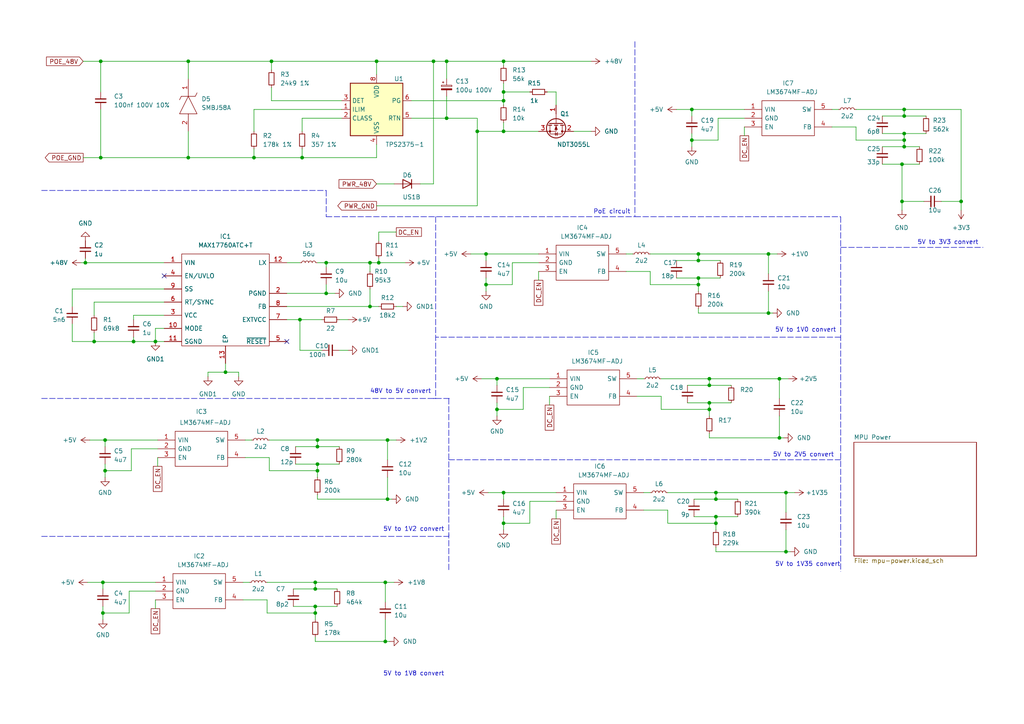
<source format=kicad_sch>
(kicad_sch (version 20211123) (generator eeschema)
  (paper "A4")
  (title_block (title "PatekBoard - PS") (date "2022-05-02") (rev "0.1") (company "Pátek - zájmový kroužek, z.s."))
  (lib_symbols
    (symbol "Device:C_Polarized_Small" (pin_numbers hide) (pin_names (offset 0.254) hide)
      (property "Reference" "C" (at 0.254 1.778 0))
      (property "Value" "C_Polarized_Small" (at 0.254 -2.032 0))
      (symbol "C_Polarized_Small_1_1"
        (pin passive line (at 0 2.54 270) (length 1.8542) (name "~") (number "1"))
        (pin passive line (at 0 -2.54 90) (length 1.8542) (name "~") (number "2"))
      )
    )
    (symbol "Device:C_Small" (pin_numbers hide) (pin_names (offset 0.254) hide)
      (property "Reference" "C" (at 0.254 1.778 0))
      (property "Value" "C_Small" (at 0.254 -2.032 0))
      (symbol "C_Small_1_1"
        (pin passive line (at 0 2.54 270) (length 2.032) (name "~") (number "1"))
        (pin passive line (at 0 -2.54 90) (length 2.032) (name "~") (number "2"))
      )
    )
    (symbol "Device:L_Small" (pin_numbers hide) (pin_names (offset 0.254) hide)
      (property "Reference" "L" (at 0.762 1.016 0))
      (property "Value" "L_Small" (at 0.762 -1.016 0))
      (symbol "L_Small_1_1"
        (pin passive line (at 0 2.54 270) (length 0.508) (name "~") (number "1"))
        (pin passive line (at 0 -2.54 90) (length 0.508) (name "~") (number "2"))
      )
    )
    (symbol "Device:R_Small" (pin_numbers hide) (pin_names (offset 0.254) hide)
      (property "Reference" "R" (at 0.762 0.508 0))
      (property "Value" "R_Small" (at 0.762 -1.016 0))
      (symbol "R_Small_1_1"
        (pin passive line (at 0 2.54 270) (length 0.762) (name "~") (number "1"))
        (pin passive line (at 0 -2.54 90) (length 0.762) (name "~") (number "2"))
      )
    )
    (symbol "Diode:US1B" (pin_numbers hide) (pin_names (offset 1.016) hide)
      (property "Reference" "D" (at 0 2.54 0))
      (property "Value" "US1B" (at 0 -2.54 0))
      (symbol "US1B_1_1"
        (pin passive line (at -3.81 0 0) (length 2.54) (name "K") (number "1"))
        (pin passive line (at 3.81 0 180) (length 2.54) (name "A") (number "2"))
      )
    )
    (symbol "Regulator_Controller:TPS2375-1"
      (property "Reference" "U" (at 2.54 -8.89 0))
      (property "Value" "TPS2375-1" (at 7.62 -11.43 0))
      (symbol "TPS2375-1_1_1"
        (pin passive line (at -10.16 0 0) (length 2.54) (name "ILIM") (number "1"))
        (pin passive line (at -10.16 -2.54 0) (length 2.54) (name "CLASS") (number "2"))
        (pin passive line (at -10.16 2.54 0) (length 2.54) (name "DET") (number "3"))
        (pin power_in line (at 0 -10.16 90) (length 2.54) (name "VSS") (number "4"))
        (pin power_out line (at 10.16 -2.54 180) (length 2.54) (name "RTN") (number "5"))
        (pin open_collector line (at 10.16 2.54 180) (length 2.54) (name "PG") (number "6"))
        (pin no_connect line (at 7.62 0 180) (length 2.54) hide (name "NC") (number "7"))
        (pin power_in line (at 0 10.16 270) (length 2.54) (name "VDD") (number "8"))
      )
    )
    (symbol "Transistor_FET:NDT3055L" (pin_names hide)
      (property "Reference" "Q" (at 5.08 1.905 0))
      (property "Value" "NDT3055L" (at 5.08 0 0))
      (symbol "NDT3055L_1_1"
        (pin input line (at -5.08 0 0) (length 2.54) (name "G") (number "1"))
        (pin passive line (at 2.54 5.08 270) (length 2.54) (name "D") (number "2"))
        (pin passive line (at 2.54 -5.08 90) (length 2.54) (name "S") (number "3"))
      )
    )
    (symbol "patekboard:LM3674MF-ADJ" (pin_names (offset 0.762))
      (property "Reference" "IC" (at 11.43 7.62 0))
      (property "Value" "LM3674MF-ADJ" (at 6.35 5.08 0))
      (symbol "LM3674MF-ADJ_0_0"
        (pin input line (at 0 0 0) (length 5.08) (name "VIN") (number "1"))
        (pin power_in line (at 0 -2.54 0) (length 5.08) (name "GND") (number "2"))
        (pin passive line (at 0 -5.08 0) (length 5.08) (name "EN") (number "3"))
        (pin passive line (at 25.4 -5.08 180) (length 5.08) (name "FB") (number "4"))
        (pin passive line (at 25.4 0 180) (length 5.08) (name "SW") (number "5"))
      )
    )
    (symbol "patekboard:MAX17760ATC+T" (pin_names (offset 0.762))
      (property "Reference" "IC?" (at 10.16 -16.51 0))
      (property "Value" "MAX17760ATC+T" (at 26.67 -16.51 0))
      (symbol "MAX17760ATC+T_0_0"
        (pin passive line (at 3.81 -20.32 0) (length 5.08) (name "VIN") (number "1"))
        (pin passive line (at 3.81 -39.37 0) (length 5.08) (name "MODE") (number "10"))
        (pin passive line (at 3.81 -43.18 0) (length 5.08) (name "SGND") (number "11"))
        (pin passive line (at 39.37 -20.32 180) (length 5.08) (name "LX") (number "12"))
        (pin passive line (at 21.59 -49.53 90) (length 5.08) (name "EP") (number "13"))
        (pin passive line (at 39.37 -29.21 180) (length 5.08) (name "PGND") (number "2"))
        (pin passive line (at 3.81 -35.56 0) (length 5.08) (name "VCC") (number "3"))
        (pin passive line (at 3.81 -24.13 0) (length 5.08) (name "EN/UVLO") (number "4"))
        (pin passive line (at 39.37 -43.18 180) (length 5.08) (name "~{RESET}") (number "5"))
        (pin passive line (at 3.81 -31.75 0) (length 5.08) (name "RT/SYNC") (number "6"))
        (pin passive line (at 39.37 -36.83 180) (length 5.08) (name "EXTVCC") (number "7"))
        (pin passive line (at 39.37 -33.02 180) (length 5.08) (name "FB") (number "8"))
        (pin passive line (at 3.81 -27.94 0) (length 5.08) (name "SS") (number "9"))
      )
    )
    (symbol "patekboard:SMBJ58A" (pin_names (offset 0.762))
      (property "Reference" "D" (at 10.16 8.89 0))
      (property "Value" "SMBJ58A" (at 10.16 6.35 0))
      (symbol "SMBJ58A_0_0"
        (pin passive line (at 0 0 0) (length 5.08) (name "~") (number "1"))
        (pin passive line (at 15.24 0 180) (length 5.08) (name "~") (number "2"))
      )
    )
    (symbol "power:+1V0" (power) (pin_names (offset 0))
      (property "Value" "+1V0" (at 0 3.556 0))
      (symbol "+1V0_1_1"
        (pin power_in line (at 0 0 90) (length 0) hide (name "+1V0") (number "1"))
      )
    )
    (symbol "power:+1V2" (power) (pin_names (offset 0))
      (property "Value" "+1V2" (at 0 3.556 0))
      (symbol "+1V2_1_1"
        (pin power_in line (at 0 0 90) (length 0) hide (name "+1V2") (number "1"))
      )
    )
    (symbol "power:+1V35" (power) (pin_names (offset 0))
      (property "Value" "+1V35" (at 0 3.556 0))
      (symbol "+1V35_1_1"
        (pin power_in line (at 0 0 90) (length 0) hide (name "+1V35") (number "1"))
      )
    )
    (symbol "power:+1V8" (power) (pin_names (offset 0))
      (property "Value" "+1V8" (at 0 3.556 0))
      (symbol "+1V8_1_1"
        (pin power_in line (at 0 0 90) (length 0) hide (name "+1V8") (number "1"))
      )
    )
    (symbol "power:+2V5" (power) (pin_names (offset 0))
      (property "Value" "+2V5" (at 0 3.556 0))
      (symbol "+2V5_1_1"
        (pin power_in line (at 0 0 90) (length 0) hide (name "+2V5") (number "1"))
      )
    )
    (symbol "power:+3V3" (power) (pin_names (offset 0))
      (property "Value" "+3V3" (at 0 3.556 0))
      (symbol "+3V3_1_1"
        (pin power_in line (at 0 0 90) (length 0) hide (name "+3V3") (number "1"))
      )
    )
    (symbol "power:+48V" (power) (pin_names (offset 0))
      (property "Value" "+48V" (at 0 3.556 0))
      (symbol "+48V_1_1"
        (pin power_in line (at 0 0 90) (length 0) hide (name "+48V") (number "1"))
      )
    )
    (symbol "power:+5V" (power) (pin_names (offset 0))
      (property "Value" "+5V" (at 0 3.556 0))
      (symbol "+5V_1_1"
        (pin power_in line (at 0 0 90) (length 0) hide (name "+5V") (number "1"))
      )
    )
    (symbol "power:GND" (power) (pin_names (offset 0))
      (property "Value" "GND" (at 0 -3.81 0))
      (symbol "GND_1_1"
        (pin power_in line (at 0 0 270) (length 0) hide (name "GND") (number "1"))
      )
    )
    (symbol "power:GND1" (power) (pin_names (offset 0))
      (property "Value" "GND1" (at 0 -3.81 0))
      (symbol "GND1_1_1"
        (pin power_in line (at 0 0 270) (length 0) hide (name "GND1") (number "1"))
      )
    )
  )
  (junction (at 54.61 17.78))
  (junction (at 65.405 107.95))
  (junction (at 91.44 177.8))
  (junction (at 205.74 109.855))
  (junction (at 222.885 90.805))
  (junction (at 73.66 45.72))
  (junction (at 146.05 142.875))
  (junction (at 222.885 73.66))
  (junction (at 140.97 82.55))
  (junction (at 202.565 75.565))
  (junction (at 29.21 17.78))
  (junction (at 29.845 177.8))
  (junction (at 144.145 118.745))
  (junction (at 262.255 38.735))
  (junction (at 92.075 134.62))
  (junction (at 146.05 151.765))
  (junction (at 202.565 82.55))
  (junction (at 29.845 168.91))
  (junction (at 207.645 151.765))
  (junction (at 207.645 149.86))
  (junction (at 94.615 76.2))
  (junction (at 129.54 34.29))
  (junction (at 202.565 73.66))
  (junction (at 92.075 136.525))
  (junction (at 94.615 85.09))
  (junction (at 202.565 80.645))
  (junction (at 111.76 168.91))
  (junction (at 27.305 99.06))
  (junction (at 207.645 144.78))
  (junction (at 91.44 175.895))
  (junction (at 205.74 116.84))
  (junction (at 24.765 76.2))
  (junction (at 45.085 99.06))
  (junction (at 261.62 58.42))
  (junction (at 112.395 144.78))
  (junction (at 261.62 47.625))
  (junction (at 144.145 109.855))
  (junction (at 86.995 92.71))
  (junction (at 92.075 129.54))
  (junction (at 227.965 160.02))
  (junction (at 129.54 17.78))
  (junction (at 262.255 40.64))
  (junction (at 146.05 17.78))
  (junction (at 146.05 38.1))
  (junction (at 38.735 99.06))
  (junction (at 91.44 170.815))
  (junction (at 207.645 142.875))
  (junction (at 138.43 38.1))
  (junction (at 107.315 88.9))
  (junction (at 262.255 31.75))
  (junction (at 278.765 58.42))
  (junction (at 205.74 111.76))
  (junction (at 140.97 73.66))
  (junction (at 200.66 40.64))
  (junction (at 54.61 45.72))
  (junction (at 107.315 76.2))
  (junction (at 112.395 127.635))
  (junction (at 92.075 127.635))
  (junction (at 146.05 29.21))
  (junction (at 109.22 17.78))
  (junction (at 205.74 118.745))
  (junction (at 29.21 45.72))
  (junction (at 226.06 127))
  (junction (at 146.05 26.67))
  (junction (at 78.74 17.78))
  (junction (at 262.255 42.545))
  (junction (at 125.73 17.78))
  (junction (at 91.44 168.91))
  (junction (at 111.76 186.055))
  (junction (at 109.855 76.2))
  (junction (at 262.255 33.655))
  (junction (at 87.63 45.72))
  (junction (at 30.48 136.525))
  (junction (at 30.48 127.635))
  (junction (at 200.66 31.75))
  (junction (at 226.06 109.855))
  (junction (at 227.965 142.875))
  (no_connect (at 47.625 80.01))
  (no_connect (at 83.185 99.06))
  (wire (pts (xy 148.59 76.2) (xy 148.59 82.55)))
  (wire (pts (xy 60.325 107.95) (xy 65.405 107.95)))
  (wire (pts (xy 202.565 73.66) (xy 202.565 75.565)))
  (wire (pts (xy 146.05 38.1) (xy 156.21 38.1)))
  (wire (pts (xy 125.73 17.78) (xy 129.54 17.78)))
  (wire (pts (xy 146.05 24.13) (xy 146.05 26.67)))
  (wire (pts (xy 255.905 33.655) (xy 262.255 33.655)))
  (wire (pts (xy 262.255 38.735) (xy 262.255 40.64)))
  (wire (pts (xy 87.63 34.29) (xy 99.06 34.29)))
  (wire (pts (xy 262.255 33.655) (xy 268.605 33.655)))
  (wire (pts (xy 227.965 153.67) (xy 227.965 160.02)))
  (wire (pts (xy 38.735 91.44) (xy 38.735 92.71)))
  (wire (pts (xy 45.085 171.45) (xy 37.465 171.45)))
  (wire (pts (xy 78.74 25.4) (xy 78.74 29.21)))
  (wire (pts (xy 205.74 118.745) (xy 205.74 120.65)))
  (wire (pts (xy 193.675 151.765) (xy 207.645 151.765)))
  (wire (pts (xy 202.565 75.565) (xy 208.915 75.565)))
  (wire (pts (xy 138.43 59.69) (xy 138.43 38.1)))
  (wire (pts (xy 20.955 99.06) (xy 27.305 99.06)))
  (wire (pts (xy 205.74 111.76) (xy 212.09 111.76)))
  (wire (pts (xy 226.06 127) (xy 227.33 127)))
  (wire (pts (xy 222.885 90.805) (xy 202.565 90.805)))
  (wire (pts (xy 78.74 17.78) (xy 78.74 20.32)))
  (wire (pts (xy 91.44 170.815) (xy 97.79 170.815)))
  (wire (pts (xy 107.315 83.82) (xy 107.315 88.9)))
  (wire (pts (xy 60.325 109.22) (xy 60.325 107.95)))
  (wire (pts (xy 222.885 84.455) (xy 222.885 90.805)))
  (wire (pts (xy 186.69 142.875) (xy 188.595 142.875)))
  (wire (pts (xy 65.405 107.95) (xy 65.405 105.41)))
  (wire (pts (xy 140.97 73.66) (xy 140.97 75.565)))
  (wire (pts (xy 85.725 129.54) (xy 92.075 129.54)))
  (wire (pts (xy 114.935 88.9) (xy 116.84 88.9)))
  (wire (pts (xy 207.645 149.86) (xy 213.995 149.86)))
  (wire (pts (xy 188.595 82.55) (xy 202.565 82.55)))
  (wire (pts (xy 91.44 177.8) (xy 91.44 179.705)))
  (wire (pts (xy 159.385 112.395) (xy 151.765 112.395)))
  (wire (pts (xy 54.61 17.78) (xy 78.74 17.78)))
  (wire (pts (xy 129.54 34.29) (xy 138.43 34.29)))
  (wire (pts (xy 188.595 82.55) (xy 188.595 78.74)))
  (wire (pts (xy 205.74 116.84) (xy 205.74 118.745)))
  (polyline (pts (xy 12.065 55.245) (xy 94.615 55.245)))
  (wire (pts (xy 129.54 27.94) (xy 129.54 34.29)))
  (wire (pts (xy 191.77 114.935) (xy 184.785 114.935)))
  (wire (pts (xy 267.97 58.42) (xy 261.62 58.42)))
  (wire (pts (xy 146.05 142.875) (xy 161.29 142.875)))
  (wire (pts (xy 125.73 53.34) (xy 125.73 17.78)))
  (wire (pts (xy 26.035 127.635) (xy 30.48 127.635)))
  (wire (pts (xy 208.28 34.29) (xy 208.28 40.64)))
  (wire (pts (xy 85.725 134.62) (xy 92.075 134.62)))
  (wire (pts (xy 161.29 147.955) (xy 161.29 150.495)))
  (wire (pts (xy 29.21 17.78) (xy 29.21 26.67)))
  (wire (pts (xy 47.625 83.82) (xy 20.955 83.82)))
  (wire (pts (xy 202.565 82.55) (xy 202.565 84.455)))
  (wire (pts (xy 86.995 101.6) (xy 86.995 92.71)))
  (wire (pts (xy 226.06 109.855) (xy 228.6 109.855)))
  (wire (pts (xy 94.615 76.2) (xy 94.615 77.47)))
  (wire (pts (xy 144.145 116.84) (xy 144.145 118.745)))
  (wire (pts (xy 193.675 151.765) (xy 193.675 147.955)))
  (wire (pts (xy 161.29 26.67) (xy 161.29 30.48)))
  (wire (pts (xy 193.675 147.955) (xy 186.69 147.955)))
  (wire (pts (xy 45.085 173.99) (xy 45.085 176.53)))
  (wire (pts (xy 227.965 142.875) (xy 230.505 142.875)))
  (wire (pts (xy 37.465 171.45) (xy 37.465 177.8)))
  (wire (pts (xy 200.66 40.64) (xy 200.66 42.545)))
  (polyline (pts (xy 126.365 62.865) (xy 126.365 115.57)))
  (wire (pts (xy 91.44 175.895) (xy 97.79 175.895)))
  (wire (pts (xy 146.05 149.86) (xy 146.05 151.765)))
  (wire (pts (xy 20.955 83.82) (xy 20.955 88.9)))
  (polyline (pts (xy 243.84 71.755) (xy 285.115 71.755)))
  (wire (pts (xy 201.295 149.86) (xy 207.645 149.86)))
  (wire (pts (xy 121.92 53.34) (xy 125.73 53.34)))
  (wire (pts (xy 205.74 109.855) (xy 226.06 109.855)))
  (wire (pts (xy 38.1 136.525) (xy 30.48 136.525)))
  (wire (pts (xy 78.74 17.78) (xy 109.22 17.78)))
  (wire (pts (xy 181.61 73.66) (xy 183.515 73.66)))
  (wire (pts (xy 227.965 142.875) (xy 227.965 148.59)))
  (polyline (pts (xy 94.615 55.245) (xy 94.615 62.865)))
  (wire (pts (xy 191.77 109.855) (xy 205.74 109.855)))
  (polyline (pts (xy 12.065 155.575) (xy 130.175 155.575)))
  (wire (pts (xy 156.21 76.2) (xy 148.59 76.2)))
  (wire (pts (xy 241.3 31.75) (xy 243.205 31.75)))
  (wire (pts (xy 222.885 90.805) (xy 224.155 90.805)))
  (wire (pts (xy 199.39 116.84) (xy 205.74 116.84)))
  (wire (pts (xy 207.645 142.875) (xy 227.965 142.875)))
  (wire (pts (xy 248.285 36.83) (xy 241.3 36.83)))
  (wire (pts (xy 144.145 109.855) (xy 159.385 109.855)))
  (wire (pts (xy 141.605 142.875) (xy 146.05 142.875)))
  (wire (pts (xy 38.1 130.175) (xy 38.1 136.525)))
  (wire (pts (xy 109.855 76.2) (xy 107.315 76.2)))
  (wire (pts (xy 77.47 177.8) (xy 77.47 173.99)))
  (wire (pts (xy 45.72 132.715) (xy 45.72 135.255)))
  (wire (pts (xy 98.425 101.6) (xy 100.965 101.6)))
  (wire (pts (xy 94.615 82.55) (xy 94.615 85.09)))
  (wire (pts (xy 146.05 26.67) (xy 146.05 29.21)))
  (wire (pts (xy 188.595 73.66) (xy 202.565 73.66)))
  (wire (pts (xy 83.185 92.71) (xy 86.995 92.71)))
  (wire (pts (xy 148.59 82.55) (xy 140.97 82.55)))
  (wire (pts (xy 184.785 109.855) (xy 186.69 109.855)))
  (wire (pts (xy 226.06 127) (xy 205.74 127)))
  (wire (pts (xy 45.72 130.175) (xy 38.1 130.175)))
  (wire (pts (xy 112.395 127.635) (xy 114.935 127.635)))
  (wire (pts (xy 23.495 76.2) (xy 24.765 76.2)))
  (wire (pts (xy 69.215 107.95) (xy 65.405 107.95)))
  (wire (pts (xy 153.67 145.415) (xy 153.67 151.765)))
  (wire (pts (xy 38.735 99.06) (xy 45.085 99.06)))
  (wire (pts (xy 200.66 31.75) (xy 215.9 31.75)))
  (wire (pts (xy 140.97 73.66) (xy 156.21 73.66)))
  (wire (pts (xy 109.22 17.78) (xy 125.73 17.78)))
  (wire (pts (xy 91.44 168.91) (xy 91.44 170.815)))
  (wire (pts (xy 77.47 177.8) (xy 91.44 177.8)))
  (wire (pts (xy 215.9 36.83) (xy 215.9 39.37)))
  (wire (pts (xy 119.38 34.29) (xy 129.54 34.29)))
  (wire (pts (xy 20.955 93.98) (xy 20.955 99.06)))
  (wire (pts (xy 73.66 45.72) (xy 87.63 45.72)))
  (wire (pts (xy 261.62 58.42) (xy 261.62 60.96)))
  (wire (pts (xy 111.76 186.055) (xy 113.03 186.055)))
  (wire (pts (xy 255.905 38.735) (xy 262.255 38.735)))
  (wire (pts (xy 93.345 101.6) (xy 86.995 101.6)))
  (wire (pts (xy 138.43 38.1) (xy 138.43 34.29)))
  (wire (pts (xy 191.77 118.745) (xy 191.77 114.935)))
  (wire (pts (xy 255.905 42.545) (xy 262.255 42.545)))
  (wire (pts (xy 205.74 127) (xy 205.74 125.73)))
  (wire (pts (xy 97.155 85.09) (xy 94.615 85.09)))
  (wire (pts (xy 87.63 43.18) (xy 87.63 45.72)))
  (wire (pts (xy 77.47 173.99) (xy 70.485 173.99)))
  (wire (pts (xy 227.965 160.02) (xy 229.235 160.02)))
  (wire (pts (xy 153.67 151.765) (xy 146.05 151.765)))
  (wire (pts (xy 202.565 73.66) (xy 222.885 73.66)))
  (wire (pts (xy 226.06 109.855) (xy 226.06 115.57)))
  (wire (pts (xy 248.285 40.64) (xy 262.255 40.64)))
  (wire (pts (xy 196.215 31.75) (xy 200.66 31.75)))
  (wire (pts (xy 156.21 78.74) (xy 156.21 81.28)))
  (wire (pts (xy 54.61 17.78) (xy 54.61 22.86)))
  (wire (pts (xy 30.48 134.62) (xy 30.48 136.525)))
  (wire (pts (xy 188.595 78.74) (xy 181.61 78.74)))
  (wire (pts (xy 27.305 96.52) (xy 27.305 99.06)))
  (wire (pts (xy 226.06 120.65) (xy 226.06 127)))
  (wire (pts (xy 278.765 58.42) (xy 278.765 60.96)))
  (polyline (pts (xy 130.175 115.57) (xy 130.175 165.735)))
  (wire (pts (xy 144.145 109.855) (xy 144.145 111.76)))
  (wire (pts (xy 158.75 26.67) (xy 161.29 26.67)))
  (wire (pts (xy 139.7 109.855) (xy 144.145 109.855)))
  (wire (pts (xy 146.05 26.67) (xy 153.67 26.67)))
  (wire (pts (xy 30.48 127.635) (xy 45.72 127.635)))
  (wire (pts (xy 92.075 144.78) (xy 92.075 143.51)))
  (wire (pts (xy 87.63 45.72) (xy 109.22 45.72)))
  (wire (pts (xy 248.285 40.64) (xy 248.285 36.83)))
  (wire (pts (xy 129.54 17.78) (xy 129.54 22.86)))
  (wire (pts (xy 111.76 168.91) (xy 114.3 168.91)))
  (wire (pts (xy 262.255 38.735) (xy 268.605 38.735)))
  (polyline (pts (xy 243.84 62.865) (xy 243.84 165.735)))
  (wire (pts (xy 196.215 75.565) (xy 202.565 75.565)))
  (wire (pts (xy 85.09 175.895) (xy 91.44 175.895)))
  (wire (pts (xy 262.255 31.75) (xy 262.255 33.655)))
  (wire (pts (xy 87.63 38.1) (xy 87.63 34.29)))
  (wire (pts (xy 199.39 111.76) (xy 205.74 111.76)))
  (wire (pts (xy 215.9 34.29) (xy 208.28 34.29)))
  (wire (pts (xy 29.845 177.8) (xy 29.845 179.705)))
  (wire (pts (xy 78.74 29.21) (xy 99.06 29.21)))
  (wire (pts (xy 69.215 109.22) (xy 69.215 107.95)))
  (wire (pts (xy 278.765 31.75) (xy 278.765 58.42)))
  (wire (pts (xy 109.22 21.59) (xy 109.22 17.78)))
  (wire (pts (xy 29.21 17.78) (xy 54.61 17.78)))
  (wire (pts (xy 73.66 31.75) (xy 73.66 38.1)))
  (wire (pts (xy 200.66 38.735) (xy 200.66 40.64)))
  (wire (pts (xy 136.525 73.66) (xy 140.97 73.66)))
  (wire (pts (xy 94.615 76.2) (xy 107.315 76.2)))
  (wire (pts (xy 202.565 90.805) (xy 202.565 89.535)))
  (wire (pts (xy 109.855 74.93) (xy 109.855 76.2)))
  (wire (pts (xy 196.215 80.645) (xy 202.565 80.645)))
  (wire (pts (xy 27.305 87.63) (xy 27.305 91.44)))
  (wire (pts (xy 78.105 132.715) (xy 71.12 132.715)))
  (wire (pts (xy 262.255 31.75) (xy 278.765 31.75)))
  (wire (pts (xy 25.4 168.91) (xy 29.845 168.91)))
  (wire (pts (xy 27.305 99.06) (xy 38.735 99.06)))
  (wire (pts (xy 208.28 40.64) (xy 200.66 40.64)))
  (wire (pts (xy 207.645 149.86) (xy 207.645 151.765)))
  (wire (pts (xy 144.145 118.745) (xy 144.145 120.65)))
  (wire (pts (xy 201.295 144.78) (xy 207.645 144.78)))
  (wire (pts (xy 248.285 31.75) (xy 262.255 31.75)))
  (wire (pts (xy 193.675 142.875) (xy 207.645 142.875)))
  (wire (pts (xy 91.44 175.895) (xy 91.44 177.8)))
  (polyline (pts (xy 130.175 155.575) (xy 130.175 154.94)))
  (wire (pts (xy 92.075 127.635) (xy 92.075 129.54)))
  (wire (pts (xy 261.62 47.625) (xy 261.62 58.42)))
  (wire (pts (xy 205.74 109.855) (xy 205.74 111.76)))
  (wire (pts (xy 92.075 136.525) (xy 92.075 138.43)))
  (wire (pts (xy 146.05 17.78) (xy 171.45 17.78)))
  (wire (pts (xy 29.845 168.91) (xy 45.085 168.91)))
  (wire (pts (xy 278.765 58.42) (xy 273.05 58.42)))
  (wire (pts (xy 117.475 76.2) (xy 109.855 76.2)))
  (wire (pts (xy 77.47 168.91) (xy 91.44 168.91)))
  (wire (pts (xy 78.105 136.525) (xy 78.105 132.715)))
  (wire (pts (xy 202.565 80.645) (xy 208.915 80.645)))
  (wire (pts (xy 166.37 38.1) (xy 171.45 38.1)))
  (wire (pts (xy 262.255 40.64) (xy 262.255 42.545)))
  (wire (pts (xy 112.395 127.635) (xy 112.395 133.35)))
  (wire (pts (xy 112.395 144.78) (xy 92.075 144.78)))
  (wire (pts (xy 107.315 76.2) (xy 107.315 78.74)))
  (wire (pts (xy 92.075 134.62) (xy 98.425 134.62)))
  (polyline (pts (xy 12.065 115.57) (xy 130.81 115.57)))
  (wire (pts (xy 37.465 177.8) (xy 29.845 177.8)))
  (wire (pts (xy 151.765 112.395) (xy 151.765 118.745)))
  (wire (pts (xy 109.22 53.34) (xy 114.3 53.34)))
  (wire (pts (xy 91.44 168.91) (xy 111.76 168.91)))
  (polyline (pts (xy 126.365 115.57) (xy 125.73 115.57)))
  (wire (pts (xy 38.735 97.79) (xy 38.735 99.06)))
  (wire (pts (xy 54.61 45.72) (xy 73.66 45.72)))
  (wire (pts (xy 30.48 127.635) (xy 30.48 129.54)))
  (wire (pts (xy 111.76 186.055) (xy 91.44 186.055)))
  (wire (pts (xy 114.935 67.31) (xy 109.855 67.31)))
  (wire (pts (xy 92.075 127.635) (xy 112.395 127.635)))
  (polyline (pts (xy 184.15 12.065) (xy 184.15 62.865)))
  (wire (pts (xy 45.085 95.25) (xy 45.085 99.06)))
  (wire (pts (xy 107.315 88.9) (xy 83.185 88.9)))
  (wire (pts (xy 78.105 127.635) (xy 92.075 127.635)))
  (wire (pts (xy 138.43 38.1) (xy 146.05 38.1)))
  (wire (pts (xy 161.29 145.415) (xy 153.67 145.415)))
  (wire (pts (xy 30.48 136.525) (xy 30.48 138.43)))
  (wire (pts (xy 207.645 142.875) (xy 207.645 144.78)))
  (wire (pts (xy 29.21 45.72) (xy 54.61 45.72)))
  (wire (pts (xy 85.09 170.815) (xy 91.44 170.815)))
  (wire (pts (xy 200.66 31.75) (xy 200.66 33.655)))
  (wire (pts (xy 146.05 151.765) (xy 146.05 153.67)))
  (polyline (pts (xy 184.15 62.865) (xy 243.84 62.865)))
  (wire (pts (xy 78.105 136.525) (xy 92.075 136.525)))
  (wire (pts (xy 71.12 127.635) (xy 73.025 127.635)))
  (wire (pts (xy 109.22 59.69) (xy 138.43 59.69)))
  (wire (pts (xy 146.05 142.875) (xy 146.05 144.78)))
  (wire (pts (xy 109.855 67.31) (xy 109.855 69.85)))
  (wire (pts (xy 261.62 47.625) (xy 266.7 47.625)))
  (wire (pts (xy 83.185 76.2) (xy 86.995 76.2)))
  (wire (pts (xy 73.66 43.18) (xy 73.66 45.72)))
  (wire (pts (xy 24.13 17.78) (xy 29.21 17.78)))
  (wire (pts (xy 129.54 17.78) (xy 146.05 17.78)))
  (wire (pts (xy 205.74 116.84) (xy 212.09 116.84)))
  (wire (pts (xy 86.995 92.71) (xy 93.345 92.71)))
  (wire (pts (xy 146.05 17.78) (xy 146.05 19.05)))
  (wire (pts (xy 151.765 118.745) (xy 144.145 118.745)))
  (wire (pts (xy 112.395 144.78) (xy 113.665 144.78)))
  (wire (pts (xy 98.425 92.71) (xy 100.965 92.71)))
  (wire (pts (xy 54.61 38.1) (xy 54.61 45.72)))
  (wire (pts (xy 146.05 29.21) (xy 146.05 30.48)))
  (wire (pts (xy 159.385 114.935) (xy 159.385 117.475)))
  (wire (pts (xy 29.845 168.91) (xy 29.845 170.815)))
  (wire (pts (xy 47.625 95.25) (xy 45.085 95.25)))
  (wire (pts (xy 92.075 76.2) (xy 94.615 76.2)))
  (wire (pts (xy 109.22 41.91) (xy 109.22 45.72)))
  (wire (pts (xy 94.615 85.09) (xy 83.185 85.09)))
  (wire (pts (xy 207.645 160.02) (xy 207.645 158.75)))
  (wire (pts (xy 70.485 168.91) (xy 72.39 168.91)))
  (wire (pts (xy 45.085 99.06) (xy 47.625 99.06)))
  (wire (pts (xy 207.645 144.78) (xy 213.995 144.78)))
  (wire (pts (xy 140.97 82.55) (xy 140.97 84.455)))
  (wire (pts (xy 146.05 35.56) (xy 146.05 38.1)))
  (wire (pts (xy 227.965 160.02) (xy 207.645 160.02)))
  (polyline (pts (xy 243.84 97.79) (xy 126.365 97.79)))
  (wire (pts (xy 222.885 73.66) (xy 225.425 73.66)))
  (wire (pts (xy 112.395 138.43) (xy 112.395 144.78)))
  (wire (pts (xy 191.77 118.745) (xy 205.74 118.745)))
  (wire (pts (xy 92.075 129.54) (xy 98.425 129.54)))
  (polyline (pts (xy 130.175 133.35) (xy 243.84 133.35)))
  (wire (pts (xy 29.21 45.72) (xy 24.13 45.72)))
  (wire (pts (xy 207.645 151.765) (xy 207.645 153.67)))
  (wire (pts (xy 24.765 74.93) (xy 24.765 76.2)))
  (wire (pts (xy 99.06 31.75) (xy 73.66 31.75)))
  (wire (pts (xy 111.76 168.91) (xy 111.76 174.625)))
  (wire (pts (xy 92.075 134.62) (xy 92.075 136.525)))
  (wire (pts (xy 27.305 87.63) (xy 47.625 87.63)))
  (polyline (pts (xy 94.615 62.865) (xy 184.15 62.865)))
  (wire (pts (xy 29.21 31.75) (xy 29.21 45.72)))
  (wire (pts (xy 107.315 88.9) (xy 109.855 88.9)))
  (wire (pts (xy 222.885 73.66) (xy 222.885 79.375)))
  (wire (pts (xy 91.44 186.055) (xy 91.44 184.785)))
  (wire (pts (xy 29.845 175.895) (xy 29.845 177.8)))
  (wire (pts (xy 255.905 47.625) (xy 261.62 47.625)))
  (wire (pts (xy 262.255 42.545) (xy 266.7 42.545)))
  (wire (pts (xy 119.38 29.21) (xy 146.05 29.21)))
  (wire (pts (xy 24.765 76.2) (xy 47.625 76.2)))
  (wire (pts (xy 202.565 80.645) (xy 202.565 82.55)))
  (wire (pts (xy 47.625 91.44) (xy 38.735 91.44)))
  (wire (pts (xy 140.97 80.645) (xy 140.97 82.55)))
  (wire (pts (xy 111.76 179.705) (xy 111.76 186.055)))
  (text "5V to 1V35 convert" (at 224.79 164.465 0) (effects (font (size 1.27 1.27)) (justify left bottom)))
  (text "5V to 2V5 convert" (at 224.155 132.715 0) (effects (font (size 1.27 1.27)) (justify left bottom)))
  (text "5V to 1V8 convert" (at 111.125 196.215 0) (effects (font (size 1.27 1.27)) (justify left bottom)))
  (text "5V to 1V2 convert" (at 111.125 154.305 0) (effects (font (size 1.27 1.27)) (justify left bottom)))
  (text "48V to 5V convert" (at 107.315 114.3 0) (effects (font (size 1.27 1.27)) (justify left bottom)))
  (text "5V to 3V3 convert" (at 266.065 71.12 0) (effects (font (size 1.27 1.27)) (justify left bottom)))
  (text "PoE circuit" (at 172.085 62.23 0) (effects (font (size 1.27 1.27)) (justify left bottom)))
  (text "5V to 1V0 convert" (at 224.79 96.52 0) (effects (font (size 1.27 1.27)) (justify left bottom)))
  (global_label "DC_EN" (shape passive) (at 215.9 39.37 270) (property "Intersheet References" "${INTERSHEET_REFS}" (effects hide)))
  (global_label "POE_48V" (shape input) (at 24.13 17.78 180) (property "Intersheet References" "${INTERSHEET_REFS}" (effects hide)))
  (global_label "DC_EN" (shape passive) (at 114.935 67.31 0) (property "Intersheet References" "${INTERSHEET_REFS}" (effects hide)))
  (global_label "DC_EN" (shape passive) (at 45.72 135.255 270) (property "Intersheet References" "${INTERSHEET_REFS}" (effects hide)))
  (global_label "PWR_GND" (shape output) (at 109.22 59.69 180) (property "Intersheet References" "${INTERSHEET_REFS}" (effects hide)))
  (global_label "DC_EN" (shape passive) (at 156.21 81.28 270) (property "Intersheet References" "${INTERSHEET_REFS}" (effects hide)))
  (global_label "PWR_48V" (shape input) (at 109.22 53.34 180) (property "Intersheet References" "${INTERSHEET_REFS}" (effects hide)))
  (global_label "DC_EN" (shape passive) (at 159.385 117.475 270) (property "Intersheet References" "${INTERSHEET_REFS}" (effects hide)))
  (global_label "DC_EN" (shape passive) (at 45.085 176.53 270) (property "Intersheet References" "${INTERSHEET_REFS}" (effects hide)))
  (global_label "POE_GND" (shape output) (at 24.13 45.72 180) (property "Intersheet References" "${INTERSHEET_REFS}" (effects hide)))
  (global_label "DC_EN" (shape passive) (at 161.29 150.495 270) (property "Intersheet References" "${INTERSHEET_REFS}" (effects hide)))
  (symbol (lib_id "Device:R_Small") (at 97.79 173.355 0) (unit 1)
    (property "Reference" "R8" (at 100.33 172.0849 0) (effects (justify left)))
    (property "Value" "464k" (at 100.33 174.6249 0) (effects (justify left)))
  )
  (symbol (lib_id "Device:C_Small") (at 201.295 147.32 0) (unit 1)
    (property "Reference" "C20" (at 196.215 145.415 0) (effects (justify left)))
    (property "Value" "9p" (at 197.485 149.225 0) (effects (justify left)))
  )
  (symbol (lib_id "Device:R_Small") (at 212.09 114.3 0) (unit 1)
    (property "Reference" "R20" (at 214.63 113.0299 0) (effects (justify left)))
  )
  (symbol (lib_id "power:+5V") (at 136.525 73.66 90) (unit 1)
    (property "Reference" "#PWR021" (effects hide))
    (property "Value" "+5V" (at 132.715 73.6599 90) (effects (justify left)))
  )
  (symbol (lib_id "power:GND1") (at 100.965 101.6 90) (unit 1)
    (property "Reference" "#PWR014" (effects hide))
    (property "Value" "GND1" (at 104.775 101.5999 90) (effects (justify right)))
  )
  (symbol (lib_id "Device:R_Small") (at 268.605 36.195 0) (unit 1)
    (property "Reference" "R23" (at 270.51 34.9249 0) (effects (justify left)))
    (property "Value" "562k" (at 270.51 37.4649 0) (effects (justify left)))
  )
  (symbol (lib_id "power:+48V") (at 23.495 76.2 90) (unit 1)
    (property "Reference" "#PWR03" (effects hide))
    (property "Value" "+48V" (at 19.685 76.1999 90) (effects (justify left)))
  )
  (symbol (lib_id "power:GND") (at 200.66 42.545 0) (unit 1)
    (property "Reference" "#PWR030" (effects hide))
    (property "Value" "GND" (at 200.66 46.99 0))
  )
  (symbol (lib_id "Device:R_Small") (at 207.645 156.21 0) (unit 1)
    (property "Reference" "R18" (at 209.55 154.9399 0) (effects (justify left)))
    (property "Value" "229k" (at 209.55 157.4799 0) (effects (justify left)))
  )
  (symbol (lib_id "power:GND") (at 113.03 186.055 90) (unit 1)
    (property "Reference" "#PWR015" (effects hide))
    (property "Value" "GND" (at 116.84 186.0549 90) (effects (justify right)))
  )
  (symbol (lib_id "power:+1V8") (at 114.3 168.91 270) (unit 1)
    (property "Reference" "#PWR017" (effects hide))
    (property "Value" "+1V8" (at 118.11 168.9099 90) (effects (justify left)))
  )
  (symbol (lib_id "Device:R_Small") (at 146.05 33.02 0) (unit 1)
    (property "Reference" "R14" (at 148.59 31.7499 0) (effects (justify left)))
    (property "Value" "10k" (at 148.59 34.2899 0) (effects (justify left)))
  )
  (symbol (lib_id "Device:L_Small") (at 74.93 168.91 90) (unit 1)
    (property "Reference" "L1" (at 74.93 166.37 90))
    (property "Value" "2u2" (at 74.93 170.815 90))
  )
  (symbol (lib_id "patekboard:LM3674MF-ADJ") (at 45.72 127.635 0) (unit 1)
    (property "Reference" "IC3" (at 58.42 119.38 0))
    (property "Value" "LM3674MF-ADJ" (at 52.07 122.555 0) (effects (justify left)))
    (property "Footprint" "SOT95P280X145-5N" (effects hide))
    (property "Datasheet" "http://www.ti.com/lit/ds/symlink/lm3674.pdf" (effects hide))
    (property "Description" "2MHz 600mA Buck Converter,LM3674MF-ADJ" (effects hide))
    (property "Height" "1.45" (effects hide))
    (property "Manufacturer_Name" "Texas Instruments" (effects hide))
    (property "Manufacturer_Part_Number" "LM3674MF-ADJ" (effects hide))
    (property "Mouser Part Number" "926-LM3674MF-ADJ" (effects hide))
    (property "Mouser Price/Stock" "https://www.mouser.com/Search/Refine.aspx?Keyword=926-LM3674MF-ADJ" (effects hide))
    (property "Arrow Part Number" "LM3674MF-ADJ" (effects hide))
    (property "Arrow Price/Stock" "https://www.arrow.com/en/products/lm3674mf-adj/texas-instruments" (effects hide))
  )
  (symbol (lib_id "Device:C_Polarized_Small") (at 129.54 25.4 0) (unit 1)
    (property "Reference" "C13" (at 132.08 23.5838 0) (effects (justify left)))
    (property "Value" "100u 100V" (at 132.08 26.1238 0) (effects (justify left)))
  )
  (symbol (lib_id "Diode:US1B") (at 118.11 53.34 180) (unit 1)
    (property "Reference" "D6" (at 118.11 50.8 0))
    (property "Value" "US1B" (at 119.38 57.15 0))
    (property "Footprint" "Diode_SMD:D_SMA" (effects hide))
    (property "Datasheet" "https://www.diodes.com/assets/Datasheets/ds16008.pdf" (effects hide))
  )
  (symbol (lib_id "patekboard:LM3674MF-ADJ") (at 45.085 168.91 0) (unit 1)
    (property "Reference" "IC2" (at 57.785 161.29 0))
    (property "Value" "LM3674MF-ADJ" (at 51.435 163.83 0) (effects (justify left)))
    (property "Footprint" "SOT95P280X145-5N" (effects hide))
    (property "Datasheet" "http://www.ti.com/lit/ds/symlink/lm3674.pdf" (effects hide))
    (property "Description" "2MHz 600mA Buck Converter,LM3674MF-ADJ" (effects hide))
    (property "Height" "1.45" (effects hide))
    (property "Manufacturer_Name" "Texas Instruments" (effects hide))
    (property "Manufacturer_Part_Number" "LM3674MF-ADJ" (effects hide))
    (property "Mouser Part Number" "926-LM3674MF-ADJ" (effects hide))
    (property "Mouser Price/Stock" "https://www.mouser.com/Search/Refine.aspx?Keyword=926-LM3674MF-ADJ" (effects hide))
    (property "Arrow Part Number" "LM3674MF-ADJ" (effects hide))
    (property "Arrow Price/Stock" "https://www.arrow.com/en/products/lm3674mf-adj/texas-instruments" (effects hide))
  )
  (symbol (lib_id "power:GND") (at 69.215 109.22 0) (unit 1)
    (property "Reference" "#PWR011" (effects hide))
    (property "Value" "GND" (at 69.215 114.3 0))
  )
  (symbol (lib_id "Device:R_Small") (at 266.7 45.085 0) (unit 1)
    (property "Reference" "R22" (at 269.24 43.8149 0) (effects (justify left)))
    (property "Value" "100k" (at 269.24 46.3549 0) (effects (justify left)))
  )
  (symbol (lib_id "Device:C_Small") (at 24.765 72.39 180) (unit 1)
    (property "Reference" "C2" (at 27.305 71.1135 0) (effects (justify right)))
    (property "Value" "1u" (at 27.305 73.6535 0) (effects (justify right)))
  )
  (symbol (lib_id "Device:C_Small") (at 95.885 101.6 90) (unit 1)
    (property "Reference" "C10" (at 93.345 100.33 90))
    (property "Value" "100n" (at 92.075 102.87 90))
  )
  (symbol (lib_id "power:GND") (at 140.97 84.455 0) (unit 1)
    (property "Reference" "#PWR023" (effects hide))
    (property "Value" "GND" (at 140.97 88.9 0))
  )
  (symbol (lib_id "patekboard:LM3674MF-ADJ") (at 159.385 109.855 0) (unit 1)
    (property "Reference" "IC5" (at 172.085 102.235 0))
    (property "Value" "LM3674MF-ADJ" (at 165.735 104.775 0) (effects (justify left)))
    (property "Footprint" "SOT95P280X145-5N" (effects hide))
    (property "Datasheet" "http://www.ti.com/lit/ds/symlink/lm3674.pdf" (effects hide))
    (property "Description" "2MHz 600mA Buck Converter,LM3674MF-ADJ" (effects hide))
    (property "Height" "1.45" (effects hide))
    (property "Manufacturer_Name" "Texas Instruments" (effects hide))
    (property "Manufacturer_Part_Number" "LM3674MF-ADJ" (effects hide))
    (property "Mouser Part Number" "926-LM3674MF-ADJ" (effects hide))
    (property "Mouser Price/Stock" "https://www.mouser.com/Search/Refine.aspx?Keyword=926-LM3674MF-ADJ" (effects hide))
    (property "Arrow Part Number" "LM3674MF-ADJ" (effects hide))
    (property "Arrow Price/Stock" "https://www.arrow.com/en/products/lm3674mf-adj/texas-instruments" (effects hide))
  )
  (symbol (lib_id "power:GND1") (at 60.325 109.22 0) (unit 1)
    (property "Reference" "#PWR010" (effects hide))
    (property "Value" "GND1" (at 60.325 114.3 0))
  )
  (symbol (lib_id "Device:R_Small") (at 95.885 92.71 90) (unit 1)
    (property "Reference" "R7" (at 95.885 90.17 90))
    (property "Value" "22" (at 95.885 95.25 90))
  )
  (symbol (lib_id "Device:C_Small") (at 85.725 132.08 0) (unit 1)
    (property "Reference" "C8" (at 81.28 130.175 0) (effects (justify left)))
    (property "Value" "12p" (at 81.28 133.985 0) (effects (justify left)))
  )
  (symbol (lib_id "power:+5V") (at 141.605 142.875 90) (unit 1)
    (property "Reference" "#PWR024" (effects hide))
    (property "Value" "+5V" (at 137.795 142.8749 90) (effects (justify left)))
  )
  (symbol (lib_id "Device:L_Small") (at 75.565 127.635 90) (unit 1)
    (property "Reference" "L2" (at 75.565 125.095 90))
    (property "Value" "2u2" (at 75.565 129.54 90))
  )
  (symbol (lib_id "power:GND") (at 97.155 85.09 90) (unit 1)
    (property "Reference" "#PWR012" (effects hide))
    (property "Value" "GND" (at 100.965 85.0899 90) (effects (justify right)))
  )
  (symbol (lib_id "power:+1V35") (at 230.505 142.875 270) (unit 1)
    (property "Reference" "#PWR036" (effects hide))
    (property "Value" "+1V35" (at 233.68 142.8749 90) (effects (justify left)))
  )
  (symbol (lib_id "Device:R_Small") (at 208.915 78.105 0) (unit 1)
    (property "Reference" "R19" (at 211.455 76.8349 0) (effects (justify left)))
    (property "Value" "200k" (at 211.455 79.3749 0) (effects (justify left)))
  )
  (symbol (lib_id "Device:L_Small") (at 245.745 31.75 90) (unit 1)
    (property "Reference" "L7" (at 245.745 29.21 90))
    (property "Value" "2u2" (at 245.745 33.655 90))
  )
  (symbol (lib_id "patekboard:LM3674MF-ADJ") (at 156.21 73.66 0) (unit 1)
    (property "Reference" "IC4" (at 168.91 66.04 0))
    (property "Value" "LM3674MF-ADJ" (at 162.56 68.58 0) (effects (justify left)))
    (property "Footprint" "SOT95P280X145-5N" (effects hide))
    (property "Datasheet" "http://www.ti.com/lit/ds/symlink/lm3674.pdf" (effects hide))
    (property "Description" "2MHz 600mA Buck Converter,LM3674MF-ADJ" (effects hide))
    (property "Height" "1.45" (effects hide))
    (property "Manufacturer_Name" "Texas Instruments" (effects hide))
    (property "Manufacturer_Part_Number" "LM3674MF-ADJ" (effects hide))
    (property "Mouser Part Number" "926-LM3674MF-ADJ" (effects hide))
    (property "Mouser Price/Stock" "https://www.mouser.com/Search/Refine.aspx?Keyword=926-LM3674MF-ADJ" (effects hide))
    (property "Arrow Part Number" "LM3674MF-ADJ" (effects hide))
    (property "Arrow Price/Stock" "https://www.arrow.com/en/products/lm3674mf-adj/texas-instruments" (effects hide))
  )
  (symbol (lib_id "power:GND") (at 261.62 60.96 0) (unit 1)
    (property "Reference" "#PWR037" (effects hide))
    (property "Value" "GND" (at 263.525 66.04 0) (effects (justify right)))
  )
  (symbol (lib_id "Device:R_Small") (at 213.995 147.32 0) (unit 1)
    (property "Reference" "R21" (at 215.9 146.0499 0) (effects (justify left)))
    (property "Value" "390k" (at 215.9 148.5899 0) (effects (justify left)))
  )
  (symbol (lib_id "power:GND") (at 227.33 127 90) (unit 1)
    (property "Reference" "#PWR033" (effects hide))
    (property "Value" "GND" (at 231.14 126.9999 90) (effects (justify right)))
  )
  (symbol (lib_id "power:GND") (at 144.145 120.65 0) (unit 1)
    (property "Reference" "#PWR025" (effects hide))
    (property "Value" "GND" (at 144.145 125.095 0))
  )
  (symbol (lib_id "Device:C_Small") (at 29.21 29.21 0) (unit 1)
    (property "Reference" "C3" (at 33.02 27.9399 0) (effects (justify left)))
    (property "Value" "100nf 100V 10%" (at 33.02 30.4799 0) (effects (justify left)))
  )
  (symbol (lib_id "patekboard:LM3674MF-ADJ") (at 161.29 142.875 0) (unit 1)
    (property "Reference" "IC6" (at 173.99 135.255 0))
    (property "Value" "LM3674MF-ADJ" (at 167.64 137.795 0) (effects (justify left)))
    (property "Footprint" "SOT95P280X145-5N" (effects hide))
    (property "Datasheet" "http://www.ti.com/lit/ds/symlink/lm3674.pdf" (effects hide))
    (property "Description" "2MHz 600mA Buck Converter,LM3674MF-ADJ" (effects hide))
    (property "Height" "1.45" (effects hide))
    (property "Manufacturer_Name" "Texas Instruments" (effects hide))
    (property "Manufacturer_Part_Number" "LM3674MF-ADJ" (effects hide))
    (property "Mouser Part Number" "926-LM3674MF-ADJ" (effects hide))
    (property "Mouser Price/Stock" "https://www.mouser.com/Search/Refine.aspx?Keyword=926-LM3674MF-ADJ" (effects hide))
    (property "Arrow Part Number" "LM3674MF-ADJ" (effects hide))
    (property "Arrow Price/Stock" "https://www.arrow.com/en/products/lm3674mf-adj/texas-instruments" (effects hide))
  )
  (symbol (lib_id "power:GND1") (at 116.84 88.9 90) (unit 1)
    (property "Reference" "#PWR019" (effects hide))
    (property "Value" "GND1" (at 120.65 88.8999 90) (effects (justify right)))
  )
  (symbol (lib_id "power:+5V") (at 139.7 109.855 90) (unit 1)
    (property "Reference" "#PWR022" (effects hide))
    (property "Value" "+5V" (at 135.89 109.8549 90) (effects (justify left)))
  )
  (symbol (lib_id "Device:R_Small") (at 107.315 81.28 0) (unit 1)
    (property "Reference" "R10" (at 108.585 78.74 0) (effects (justify left)))
    (property "Value" "95k3" (at 108.585 81.28 0) (effects (justify left)))
  )
  (symbol (lib_id "Device:C_Small") (at 200.66 36.195 0) (unit 1)
    (property "Reference" "C19" (at 203.2 34.9312 0) (effects (justify left)))
    (property "Value" "4u7" (at 203.2 37.4712 0) (effects (justify left)))
  )
  (symbol (lib_id "Device:C_Small") (at 255.905 36.195 0) (unit 1)
    (property "Reference" "C24" (at 251.46 34.29 0) (effects (justify left)))
    (property "Value" "6p8" (at 251.46 38.1 0) (effects (justify left)))
  )
  (symbol (lib_id "Device:C_Small") (at 94.615 80.01 180) (unit 1)
    (property "Reference" "C9" (at 97.155 78.7335 0) (effects (justify right)))
    (property "Value" "10u" (at 97.155 81.2735 0) (effects (justify right)))
  )
  (symbol (lib_id "Device:C_Small") (at 270.51 58.42 270) (unit 1)
    (property "Reference" "C26" (at 269.24 55.245 90) (effects (justify left)))
    (property "Value" "10u" (at 269.2338 60.96 90) (effects (justify left)))
  )
  (symbol (lib_id "Device:C_Small") (at 144.145 114.3 0) (unit 1)
    (property "Reference" "C15" (at 146.685 113.0362 0) (effects (justify left)))
    (property "Value" "4u7" (at 146.685 115.5762 0) (effects (justify left)))
  )
  (symbol (lib_id "power:+2V5") (at 228.6 109.855 270) (unit 1)
    (property "Reference" "#PWR034" (effects hide))
  )
  (symbol (lib_id "Device:L_Small") (at 89.535 76.2 90) (unit 1)
    (property "Reference" "L3" (at 89.535 71.12 90))
    (property "Value" "56u" (at 89.535 73.66 90))
  )
  (symbol (lib_id "power:+1V0") (at 225.425 73.66 270) (unit 1)
    (property "Reference" "#PWR032" (effects hide))
    (property "Value" "+1V0" (at 229.235 73.6599 90) (effects (justify left)))
  )
  (symbol (lib_id "Device:C_Small") (at 227.965 151.13 0) (unit 1)
    (property "Reference" "C23" (at 231.14 149.8662 0) (effects (justify left)))
    (property "Value" "10u" (at 231.14 152.4062 0) (effects (justify left)))
  )
  (symbol (lib_id "Device:R_Small") (at 109.855 72.39 180) (unit 1)
    (property "Reference" "R11" (at 111.76 71.1199 0) (effects (justify right)))
    (property "Value" "1k" (at 111.76 73.6599 0) (effects (justify right)))
  )
  (symbol (lib_id "power:GND") (at 224.155 90.805 90) (unit 1)
    (property "Reference" "#PWR031" (effects hide))
    (property "Value" "GND" (at 227.965 90.8049 90) (effects (justify right)))
  )
  (symbol (lib_id "power:+48V") (at 171.45 17.78 270) (unit 1)
    (property "Reference" "#PWR027" (effects hide))
    (property "Value" "+48V" (at 175.26 17.7799 90) (effects (justify left)))
  )
  (symbol (lib_id "Device:C_Small") (at 29.845 173.355 0) (unit 1)
    (property "Reference" "C4" (at 33.02 172.0912 0) (effects (justify left)))
    (property "Value" "4u7" (at 33.02 174.6312 0) (effects (justify left)))
  )
  (symbol (lib_id "Device:C_Small") (at 112.395 135.89 0) (unit 1)
    (property "Reference" "C12" (at 115.57 134.6262 0) (effects (justify left)))
    (property "Value" "10u" (at 115.57 137.1662 0) (effects (justify left)))
  )
  (symbol (lib_id "Device:L_Small") (at 189.23 109.855 90) (unit 1)
    (property "Reference" "L5" (at 189.23 107.315 90))
    (property "Value" "2u2" (at 189.23 111.76 90))
  )
  (symbol (lib_id "Device:C_Small") (at 199.39 114.3 0) (unit 1)
    (property "Reference" "C18" (at 194.31 112.395 0) (effects (justify left)))
  )
  (symbol (lib_id "patekboard:SMBJ58A") (at 54.61 22.86 270) (unit 1)
    (property "Reference" "D5" (at 58.42 28.7019 90) (effects (justify left)))
    (property "Value" "SMBJ58A" (at 58.42 31.2419 90) (effects (justify left)))
    (property "Footprint" "DIOM5436X261N" (effects hide))
    (property "Datasheet" "https://m.littelfuse.com/~/media/electronics/datasheets/tvs_diodes/littelfuse_tvs_diode_smbj_datasheet.pdf.pdf" (effects hide))
    (property "Description" "Littelfuse SMBJ58A, Uni-Directional TVS Diode, 600W, 2-Pin DO-214AA" (effects hide))
    (property "Height" "2.61" (effects hide))
    (property "Manufacturer_Name" "LITTELFUSE" (effects hide))
    (property "Manufacturer_Part_Number" "SMBJ58A" (effects hide))
    (property "Mouser Part Number" "576-SMBJ58A" (effects hide))
    (property "Mouser Price/Stock" "https://www.mouser.co.uk/ProductDetail/Littelfuse/SMBJ58A?qs=zHiv0nsVGmrLotr%2Fg53Djg%3D%3D" (effects hide))
    (property "Arrow Part Number" "SMBJ58A" (effects hide))
    (property "Arrow Price/Stock" "https://www.arrow.com/en/products/smbj58a/littelfuse" (effects hide))
  )
  (symbol (lib_id "power:+5V") (at 100.965 92.71 270) (unit 1)
    (property "Reference" "#PWR013" (effects hide))
    (property "Value" "+5V" (at 103.505 92.71 90) (effects (justify left)))
  )
  (symbol (lib_id "power:GND") (at 30.48 138.43 0) (unit 1)
    (property "Reference" "#PWR08" (effects hide))
    (property "Value" "GND" (at 30.48 142.875 0))
  )
  (symbol (lib_id "power:GND") (at 229.235 160.02 90) (unit 1)
    (property "Reference" "#PWR035" (effects hide))
    (property "Value" "GND" (at 233.045 160.0199 90) (effects (justify right)))
  )
  (symbol (lib_id "Device:L_Small") (at 186.055 73.66 90) (unit 1)
    (property "Reference" "L4" (at 186.055 71.12 90))
    (property "Value" "2u2" (at 186.055 75.565 90))
  )
  (symbol (lib_id "power:GND") (at 29.845 179.705 0) (unit 1)
    (property "Reference" "#PWR07" (effects hide))
    (property "Value" "GND" (at 29.845 184.15 0))
  )
  (symbol (lib_id "power:+5V") (at 196.215 31.75 90) (unit 1)
    (property "Reference" "#PWR029" (effects hide))
    (property "Value" "+5V" (at 192.405 31.7499 90) (effects (justify left)))
  )
  (symbol (lib_id "Device:C_Small") (at 20.955 91.44 180) (unit 1)
    (property "Reference" "C1" (at 17.145 90.17 0))
    (property "Value" "5n6" (at 17.145 92.71 0))
  )
  (symbol (lib_id "power:GND") (at 146.05 153.67 0) (unit 1)
    (property "Reference" "#PWR026" (effects hide))
    (property "Value" "GND" (at 146.05 158.115 0))
  )
  (symbol (lib_id "Device:C_Small") (at 196.215 78.105 0) (unit 1)
    (property "Reference" "C17" (at 192.405 76.2 0) (effects (justify left)))
    (property "Value" "18p" (at 191.77 80.01 0) (effects (justify left)))
  )
  (symbol (lib_id "Regulator_Controller:TPS2375-1") (at 109.22 31.75 0) (unit 1)
    (property "Reference" "U1" (at 114.3 22.86 0) (effects (justify left)))
    (property "Value" "TPS2375-1" (at 111.76 41.91 0) (effects (justify left)))
    (property "Footprint" "Package_SO:TSSOP-8_4.4x3mm_P0.65mm" (effects hide))
    (property "Datasheet" "https://www.ti.com/lit/gpn/tps2375-1" (effects hide))
  )
  (symbol (lib_id "Device:R_Small") (at 91.44 182.245 0) (unit 1)
    (property "Reference" "R5" (at 93.98 180.9749 0) (effects (justify left)))
    (property "Value" "178k" (at 93.98 183.5149 0) (effects (justify left)))
  )
  (symbol (lib_id "Device:R_Small") (at 87.63 40.64 0) (unit 1)
    (property "Reference" "R4" (at 90.17 39.3699 0) (effects (justify left)))
    (property "Value" "357 1%" (at 90.17 41.9099 0) (effects (justify left)))
  )
  (symbol (lib_id "power:+5V") (at 117.475 76.2 270) (unit 1)
    (property "Reference" "#PWR020" (effects hide))
    (property "Value" "+5V" (at 120.65 76.1999 90) (effects (justify left)))
  )
  (symbol (lib_id "power:+3V3") (at 278.765 60.96 180) (unit 1)
    (property "Reference" "#PWR038" (effects hide))
    (property "Value" "+3V3" (at 278.765 66.04 0))
  )
  (symbol (lib_id "Device:C_Small") (at 140.97 78.105 0) (unit 1)
    (property "Reference" "C14" (at 144.145 76.8412 0) (effects (justify left)))
    (property "Value" "4u7" (at 144.145 79.3812 0) (effects (justify left)))
  )
  (symbol (lib_id "power:GND") (at 171.45 38.1 90) (unit 1)
    (property "Reference" "#PWR028" (effects hide))
    (property "Value" "GND" (at 175.26 38.0999 90) (effects (justify right)))
  )
  (symbol (lib_id "Device:R_Small") (at 27.305 93.98 0) (unit 1)
    (property "Reference" "R1" (at 29.845 92.7099 0) (effects (justify left)))
    (property "Value" "69k8" (at 29.845 95.2499 0) (effects (justify left)))
  )
  (symbol (lib_id "power:GND1") (at 45.085 99.06 0) (unit 1)
    (property "Reference" "#PWR09" (effects hide))
    (property "Value" "GND1" (at 45.085 104.14 0))
  )
  (symbol (lib_id "Device:R_Small") (at 92.075 140.97 0) (unit 1)
    (property "Reference" "R6" (at 93.98 139.6999 0) (effects (justify left)))
    (property "Value" "200k" (at 93.98 142.2399 0) (effects (justify left)))
  )
  (symbol (lib_id "power:+5V") (at 26.035 127.635 90) (unit 1)
    (property "Reference" "#PWR06" (effects hide))
    (property "Value" "+5V" (at 22.225 127.6349 90) (effects (justify left)))
  )
  (symbol (lib_id "Device:C_Small") (at 255.905 45.085 0) (unit 1)
    (property "Reference" "C25" (at 251.46 43.18 0) (effects (justify left)))
    (property "Value" "33p" (at 251.46 46.99 0) (effects (justify left)))
  )
  (symbol (lib_id "patekboard:MAX17760ATC+T") (at 43.815 55.88 0) (unit 1)
    (property "Reference" "IC1" (at 65.405 68.58 0))
    (property "Value" "MAX17760ATC+T" (at 65.405 71.12 0))
    (property "Footprint" "SON50P300X300X80-13N" (effects hide))
    (property "Datasheet" "https://pdfserv.maximintegrated.com/en/ds/MAX17760.pdf" (effects hide))
    (property "Description" "Switching Voltage Regulators 4.5V to 76V, 300mA, High Efficiency, Synchronous StepDown DC-DC Converter" (effects hide))
    (property "Height" "0.8" (effects hide))
    (property "Manufacturer_Name" "Maxim Integrated" (effects hide))
    (property "Manufacturer_Part_Number" "MAX17760ATC+T" (effects hide))
    (property "Mouser Part Number" "700-MAX17760ATC+T" (effects hide))
    (property "Mouser Price/Stock" "https://www.mouser.co.uk/ProductDetail/Maxim-Integrated/MAX17760ATC%2bT?qs=sPbYRqrBIVm%252BIbSBX7z4Sw%3D%3D" (effects hide))
  )
  (symbol (lib_id "power:+5V") (at 25.4 168.91 90) (unit 1)
    (property "Reference" "#PWR05" (effects hide))
    (property "Value" "+5V" (at 21.59 168.9099 90) (effects (justify left)))
  )
  (symbol (lib_id "Device:R_Small") (at 112.395 88.9 90) (unit 1)
    (property "Reference" "R12" (at 112.395 86.36 90))
    (property "Value" "18k2" (at 112.395 91.44 90))
  )
  (symbol (lib_id "Device:R_Small") (at 156.21 26.67 90) (unit 1)
    (property "Reference" "R15" (at 154.94 24.13 90))
    (property "Value" "1k" (at 154.94 29.21 90))
  )
  (symbol (lib_id "Device:L_Small") (at 191.135 142.875 90) (unit 1)
    (property "Reference" "L6" (at 191.135 140.335 90))
    (property "Value" "2u2" (at 191.135 144.78 90))
  )
  (symbol (lib_id "patekboard:LM3674MF-ADJ") (at 215.9 31.75 0) (unit 1)
    (property "Reference" "IC7" (at 228.6 24.13 0))
    (property "Value" "LM3674MF-ADJ" (at 222.25 26.67 0) (effects (justify left)))
    (property "Footprint" "SOT95P280X145-5N" (effects hide))
    (property "Datasheet" "http://www.ti.com/lit/ds/symlink/lm3674.pdf" (effects hide))
    (property "Description" "2MHz 600mA Buck Converter,LM3674MF-ADJ" (effects hide))
    (property "Height" "1.45" (effects hide))
    (property "Manufacturer_Name" "Texas Instruments" (effects hide))
    (property "Manufacturer_Part_Number" "LM3674MF-ADJ" (effects hide))
    (property "Mouser Part Number" "926-LM3674MF-ADJ" (effects hide))
    (property "Mouser Price/Stock" "https://www.mouser.com/Search/Refine.aspx?Keyword=926-LM3674MF-ADJ" (effects hide))
    (property "Arrow Part Number" "LM3674MF-ADJ" (effects hide))
    (property "Arrow Price/Stock" "https://www.arrow.com/en/products/lm3674mf-adj/texas-instruments" (effects hide))
  )
  (symbol (lib_id "Device:C_Small") (at 30.48 132.08 0) (unit 1)
    (property "Reference" "C5" (at 33.02 130.8162 0) (effects (justify left)))
    (property "Value" "4u7" (at 33.02 133.3562 0) (effects (justify left)))
  )
  (symbol (lib_id "Device:R_Small") (at 205.74 123.19 0) (unit 1)
    (property "Reference" "R17" (at 208.28 121.9199 0) (effects (justify left)))
  )
  (symbol (lib_id "Device:C_Small") (at 38.735 95.25 180) (unit 1)
    (property "Reference" "C6" (at 41.275 93.9735 0) (effects (justify right)))
    (property "Value" "1u" (at 41.275 96.5135 0) (effects (justify right)))
  )
  (symbol (lib_id "Device:C_Small") (at 146.05 147.32 0) (unit 1)
    (property "Reference" "C16" (at 148.59 146.0562 0) (effects (justify left)))
    (property "Value" "4u7" (at 148.59 148.5962 0) (effects (justify left)))
  )
  (symbol (lib_id "Device:C_Small") (at 226.06 118.11 0) (unit 1)
    (property "Reference" "C22" (at 229.235 116.8462 0) (effects (justify left)))
    (property "Value" "10u" (at 229.235 119.3862 0) (effects (justify left)))
  )
  (symbol (lib_id "power:GND") (at 113.665 144.78 90) (unit 1)
    (property "Reference" "#PWR016" (effects hide))
    (property "Value" "GND" (at 117.475 144.7799 90) (effects (justify right)))
  )
  (symbol (lib_id "Device:R_Small") (at 98.425 132.08 0) (unit 1)
    (property "Reference" "R9" (at 100.33 130.8099 0) (effects (justify left)))
    (property "Value" "280k" (at 100.33 133.3499 0) (effects (justify left)))
  )
  (symbol (lib_id "Device:R_Small") (at 202.565 86.995 0) (unit 1)
    (property "Reference" "R16" (at 205.105 85.7249 0) (effects (justify left)))
    (property "Value" "200k" (at 205.105 88.2649 0) (effects (justify left)))
  )
  (symbol (lib_id "power:GND") (at 24.765 69.85 180) (unit 1)
    (property "Reference" "#PWR04" (effects hide))
    (property "Value" "GND" (at 24.765 64.77 0))
  )
  (symbol (lib_id "Transistor_FET:NDT3055L") (at 161.29 35.56 270) (unit 1)
    (property "Reference" "Q1" (at 163.83 33.02 90))
    (property "Value" "NDT3055L" (at 166.37 41.91 90))
    (property "Footprint" "Package_TO_SOT_SMD:SOT-223-3_TabPin2" (effects hide))
    (property "Datasheet" "https://www.onsemi.com/pdf/datasheet/ndt3055l-d.pdf" (effects hide))
  )
  (symbol (lib_id "Device:C_Small") (at 111.76 177.165 0) (unit 1)
    (property "Reference" "C11" (at 114.3 175.9012 0) (effects (justify left)))
    (property "Value" "10u" (at 114.3 178.4412 0) (effects (justify left)))
  )
  (symbol (lib_id "Device:R_Small") (at 73.66 40.64 0) (unit 1)
    (property "Reference" "R2" (at 76.2 39.3699 0) (effects (justify left)))
    (property "Value" "178k 1%" (at 76.2 41.9099 0) (effects (justify left)))
  )
  (symbol (lib_id "Device:C_Small") (at 85.09 173.355 0) (unit 1)
    (property "Reference" "C7" (at 80.01 170.815 0) (effects (justify left)))
    (property "Value" "8p2" (at 80.01 175.26 0) (effects (justify left)))
  )
  (symbol (lib_id "Device:R_Small") (at 146.05 21.59 0) (unit 1)
    (property "Reference" "R13" (at 148.59 20.3199 0) (effects (justify left)))
    (property "Value" "56k" (at 148.59 22.8599 0) (effects (justify left)))
  )
  (symbol (lib_id "power:+1V2") (at 114.935 127.635 270) (unit 1)
    (property "Reference" "#PWR018" (effects hide))
    (property "Value" "+1V2" (at 118.745 127.6349 90) (effects (justify left)))
  )
  (symbol (lib_id "Device:C_Small") (at 222.885 81.915 0) (unit 1)
    (property "Reference" "C21" (at 225.425 80.6512 0) (effects (justify left)))
    (property "Value" "10u" (at 225.425 83.1912 0) (effects (justify left)))
  )
  (symbol (lib_id "Device:R_Small") (at 78.74 22.86 0) (unit 1)
    (property "Reference" "R3" (at 81.28 21.5899 0) (effects (justify left)))
    (property "Value" "24k9 1%" (at 81.28 24.1299 0) (effects (justify left)))
  )
  (sheet (at 247.65 128.27) (size 35.56 33.02) (stroke (width 0.1524))
    (property "Sheet name" "MPU Power" (at 247.65 127.5584 0) (effects (justify left bottom)))
    (property "Sheet file" "mpu-power.kicad_sch" (at 247.65 161.8746 0) (effects (justify left top)))
  )
)
</source>
